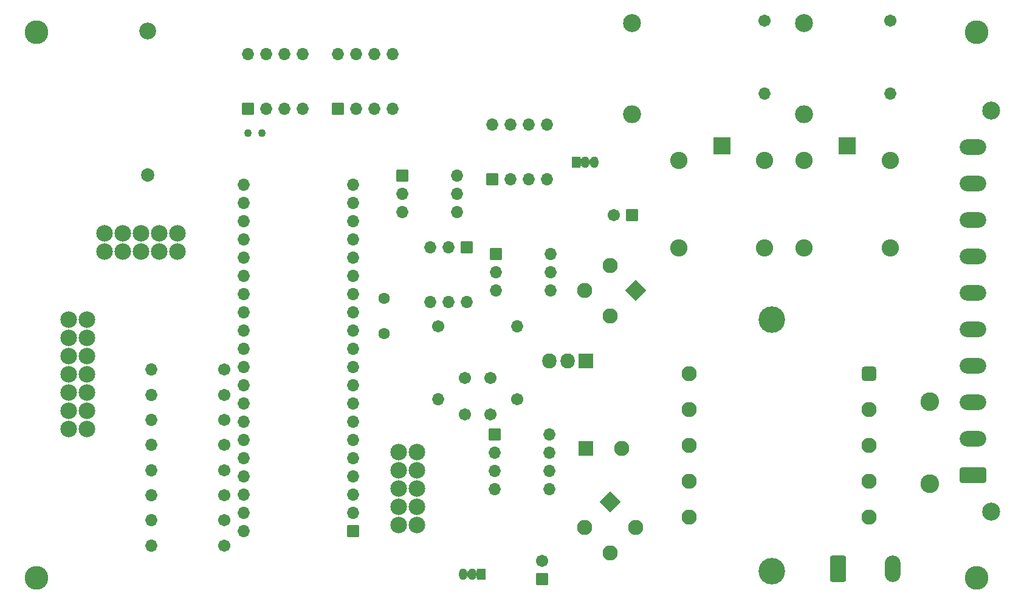
<source format=gbr>
%TF.GenerationSoftware,KiCad,Pcbnew,(6.0.6)*%
%TF.CreationDate,2022-07-28T15:05:17+07:00*%
%TF.ProjectId,_________________(__),1f3b3042-305f-43f4-903e-463541413e40,rev?*%
%TF.SameCoordinates,Original*%
%TF.FileFunction,Soldermask,Top*%
%TF.FilePolarity,Negative*%
%FSLAX46Y46*%
G04 Gerber Fmt 4.6, Leading zero omitted, Abs format (unit mm)*
G04 Created by KiCad (PCBNEW (6.0.6)) date 2022-07-28 15:05:17*
%MOMM*%
%LPD*%
G01*
G04 APERTURE LIST*
G04 Aperture macros list*
%AMRoundRect*
0 Rectangle with rounded corners*
0 $1 Rounding radius*
0 $2 $3 $4 $5 $6 $7 $8 $9 X,Y pos of 4 corners*
0 Add a 4 corners polygon primitive as box body*
4,1,4,$2,$3,$4,$5,$6,$7,$8,$9,$2,$3,0*
0 Add four circle primitives for the rounded corners*
1,1,$1+$1,$2,$3*
1,1,$1+$1,$4,$5*
1,1,$1+$1,$6,$7*
1,1,$1+$1,$8,$9*
0 Add four rect primitives between the rounded corners*
20,1,$1+$1,$2,$3,$4,$5,0*
20,1,$1+$1,$4,$5,$6,$7,0*
20,1,$1+$1,$6,$7,$8,$9,0*
20,1,$1+$1,$8,$9,$2,$3,0*%
%AMHorizOval*
0 Thick line with rounded ends*
0 $1 width*
0 $2 $3 position (X,Y) of the first rounded end (center of the circle)*
0 $4 $5 position (X,Y) of the second rounded end (center of the circle)*
0 Add line between two ends*
20,1,$1,$2,$3,$4,$5,0*
0 Add two circle primitives to create the rounded ends*
1,1,$1,$2,$3*
1,1,$1,$4,$5*%
G04 Aperture macros list end*
%ADD10RoundRect,0.052000X0.800000X0.800000X-0.800000X0.800000X-0.800000X-0.800000X0.800000X-0.800000X0*%
%ADD11C,1.704000*%
%ADD12O,1.704000X1.704000*%
%ADD13RoundRect,0.052000X0.525000X0.750000X-0.525000X0.750000X-0.525000X-0.750000X0.525000X-0.750000X0*%
%ADD14O,1.154000X1.604000*%
%ADD15RoundRect,0.052000X0.800000X-0.800000X0.800000X0.800000X-0.800000X0.800000X-0.800000X-0.800000X0*%
%ADD16C,1.604000*%
%ADD17C,2.304000*%
%ADD18RoundRect,0.052000X-1.414214X0.000000X0.000000X-1.414214X1.414214X0.000000X0.000000X1.414214X0*%
%ADD19HorizOval,2.104000X0.000000X0.000000X0.000000X0.000000X0*%
%ADD20C,2.354000*%
%ADD21C,1.859000*%
%ADD22C,3.304000*%
%ADD23RoundRect,0.052000X0.952500X1.000000X-0.952500X1.000000X-0.952500X-1.000000X0.952500X-1.000000X0*%
%ADD24O,2.009000X2.104000*%
%ADD25RoundRect,0.052000X-0.800000X0.800000X-0.800000X-0.800000X0.800000X-0.800000X0.800000X0.800000X0*%
%ADD26RoundRect,0.302001X-0.799999X-1.549999X0.799999X-1.549999X0.799999X1.549999X-0.799999X1.549999X0*%
%ADD27O,2.204000X3.704000*%
%ADD28RoundRect,0.052000X0.000000X1.414214X-1.414214X0.000000X0.000000X-1.414214X1.414214X0.000000X0*%
%ADD29HorizOval,2.104000X0.000000X0.000000X0.000000X0.000000X0*%
%ADD30C,2.504000*%
%ADD31RoundRect,0.301999X1.550001X-0.790001X1.550001X0.790001X-1.550001X0.790001X-1.550001X-0.790001X0*%
%ADD32O,3.704000X2.184000*%
%ADD33O,2.504000X2.504000*%
%ADD34RoundRect,0.052000X-1.150000X1.150000X-1.150000X-1.150000X1.150000X-1.150000X1.150000X1.150000X0*%
%ADD35C,2.404000*%
%ADD36RoundRect,0.052000X-0.800000X-0.800000X0.800000X-0.800000X0.800000X0.800000X-0.800000X0.800000X0*%
%ADD37C,3.700000*%
%ADD38RoundRect,0.552000X0.500000X-0.500000X0.500000X0.500000X-0.500000X0.500000X-0.500000X-0.500000X0*%
%ADD39C,2.104000*%
%ADD40RoundRect,0.052000X-0.525000X-0.750000X0.525000X-0.750000X0.525000X0.750000X-0.525000X0.750000X0*%
%ADD41C,2.604000*%
%ADD42RoundRect,0.052000X-1.000000X-1.000000X1.000000X-1.000000X1.000000X1.000000X-1.000000X1.000000X0*%
%ADD43C,1.104000*%
G04 APERTURE END LIST*
D10*
%TO.C,C7*%
X115000000Y-59000000D03*
D11*
X112500000Y-59000000D03*
%TD*%
%TO.C,R15*%
X58160000Y-105000000D03*
D12*
X48000000Y-105000000D03*
%TD*%
D11*
%TO.C,R19*%
X58160000Y-91000000D03*
D12*
X48000000Y-91000000D03*
%TD*%
D13*
%TO.C,DA2*%
X94040000Y-109000000D03*
D14*
X92770000Y-109000000D03*
X91500000Y-109000000D03*
%TD*%
D11*
%TO.C,C1*%
X95300000Y-81700000D03*
X95300000Y-86700000D03*
%TD*%
%TO.C,R20*%
X58160000Y-87500000D03*
D12*
X48000000Y-87500000D03*
%TD*%
D15*
%TO.C,C10*%
X102500000Y-109682380D03*
D11*
X102500000Y-107182380D03*
%TD*%
D16*
%TO.C,ZQ1*%
X80500000Y-70550000D03*
X80500000Y-75450000D03*
%TD*%
D11*
%TO.C,R21*%
X58160000Y-84000000D03*
D12*
X48000000Y-84000000D03*
%TD*%
D17*
%TO.C,X3*%
X39040000Y-88740000D03*
X36500000Y-88740000D03*
X39040000Y-86200000D03*
X36500000Y-86200000D03*
X39040000Y-83660000D03*
X36500000Y-83660000D03*
X39040000Y-81120000D03*
X36500000Y-81120000D03*
X39040000Y-78580000D03*
X36500000Y-78580000D03*
X39040000Y-76040000D03*
X36500000Y-76040000D03*
X39040000Y-73500000D03*
X36500000Y-73500000D03*
%TD*%
D15*
%TO.C,DD4*%
X61500000Y-44120000D03*
D12*
X64040000Y-44120000D03*
X66580000Y-44120000D03*
X69120000Y-44120000D03*
X69120000Y-36500000D03*
X66580000Y-36500000D03*
X64040000Y-36500000D03*
X61500000Y-36500000D03*
%TD*%
D11*
%TO.C,R18*%
X58160000Y-94500000D03*
D12*
X48000000Y-94500000D03*
%TD*%
D18*
%TO.C,VD2*%
X111964466Y-98964466D03*
D19*
X108428932Y-102500000D03*
X111964466Y-106035534D03*
X115500000Y-102500000D03*
%TD*%
D11*
%TO.C,R25*%
X151000000Y-31840000D03*
D12*
X151000000Y-42000000D03*
%TD*%
D20*
%TO.C,BAT1*%
X47500000Y-33350000D03*
D21*
X47500000Y-53350000D03*
%TD*%
D22*
%TO.C,REF\u002A\u002A*%
X163000000Y-109500000D03*
%TD*%
D23*
%TO.C,DA1*%
X108580000Y-79300000D03*
D24*
X106040000Y-79300000D03*
X103500000Y-79300000D03*
%TD*%
D25*
%TO.C,DD7*%
X92000000Y-63500000D03*
D12*
X89460000Y-63500000D03*
X86920000Y-63500000D03*
X86920000Y-71120000D03*
X89460000Y-71120000D03*
X92000000Y-71120000D03*
%TD*%
D15*
%TO.C,DD8*%
X95500000Y-54000000D03*
D12*
X98040000Y-54000000D03*
X100580000Y-54000000D03*
X103120000Y-54000000D03*
X103120000Y-46380000D03*
X100580000Y-46380000D03*
X98040000Y-46380000D03*
X95500000Y-46380000D03*
%TD*%
D22*
%TO.C,REF\u002A\u002A*%
X32000000Y-33500000D03*
%TD*%
D26*
%TO.C,X5*%
X143690000Y-108222500D03*
D27*
X151310000Y-108222500D03*
%TD*%
D28*
%TO.C,VD1*%
X115500000Y-69500000D03*
D29*
X111964466Y-65964466D03*
X108428932Y-69500000D03*
X111964466Y-73035534D03*
%TD*%
D30*
%TO.C,X1*%
X165000000Y-100305000D03*
X165000000Y-44425000D03*
D31*
X162500000Y-95225000D03*
D32*
X162500000Y-90145000D03*
X162500000Y-85065000D03*
X162500000Y-79985000D03*
X162500000Y-74905000D03*
X162500000Y-69825000D03*
X162500000Y-64745000D03*
X162500000Y-59665000D03*
X162500000Y-54585000D03*
X162500000Y-49505000D03*
%TD*%
D30*
%TO.C,R23*%
X139000000Y-32200000D03*
D33*
X139000000Y-44900000D03*
%TD*%
D34*
%TO.C,RS2*%
X127500000Y-49350000D03*
D35*
X121500000Y-51350000D03*
X121500000Y-63550000D03*
X133500000Y-63550000D03*
X133500000Y-51350000D03*
%TD*%
D10*
%TO.C,DD1*%
X76125000Y-103000000D03*
D12*
X76125000Y-100460000D03*
X76125000Y-97920000D03*
X76125000Y-95380000D03*
X76125000Y-92840000D03*
X76125000Y-90300000D03*
X76125000Y-87760000D03*
X76125000Y-85220000D03*
X76125000Y-82680000D03*
X76125000Y-80140000D03*
X76125000Y-77600000D03*
X76125000Y-75060000D03*
X76125000Y-72520000D03*
X76125000Y-69980000D03*
X76125000Y-67440000D03*
X76125000Y-64900000D03*
X76125000Y-62360000D03*
X76125000Y-59820000D03*
X76125000Y-57280000D03*
X76125000Y-54740000D03*
X60885000Y-54740000D03*
X60885000Y-57280000D03*
X60885000Y-59820000D03*
X60885000Y-62360000D03*
X60885000Y-64900000D03*
X60885000Y-67440000D03*
X60885000Y-69980000D03*
X60885000Y-72520000D03*
X60885000Y-75060000D03*
X60885000Y-77600000D03*
X60885000Y-80140000D03*
X60885000Y-82680000D03*
X60885000Y-85220000D03*
X60885000Y-87760000D03*
X60885000Y-90300000D03*
X60885000Y-92840000D03*
X60885000Y-95380000D03*
X60885000Y-97920000D03*
X60885000Y-100460000D03*
X60885000Y-103000000D03*
%TD*%
D11*
%TO.C,R16*%
X58160000Y-101500000D03*
D12*
X48000000Y-101500000D03*
%TD*%
D17*
%TO.C,X2*%
X85000000Y-102120000D03*
X82460000Y-102120000D03*
X85000000Y-99580000D03*
X82460000Y-99580000D03*
X85000000Y-97040000D03*
X82460000Y-97040000D03*
X85000000Y-94500000D03*
X82460000Y-94500000D03*
X85000000Y-91960000D03*
X82460000Y-91960000D03*
%TD*%
D11*
%TO.C,R26*%
X133500000Y-31840000D03*
D12*
X133500000Y-42000000D03*
%TD*%
D36*
%TO.C,DD5*%
X96080000Y-64420000D03*
D12*
X96080000Y-66960000D03*
X96080000Y-69500000D03*
X103700000Y-69500000D03*
X103700000Y-66960000D03*
X103700000Y-64420000D03*
%TD*%
D37*
%TO.C,T1*%
X134500000Y-73550000D03*
X134500000Y-108550000D03*
D38*
X148000000Y-81050000D03*
D39*
X148000000Y-86050000D03*
X148000000Y-91050000D03*
X148000000Y-96050000D03*
X148000000Y-101050000D03*
X123000000Y-101050000D03*
X123000000Y-96050000D03*
X123000000Y-91050000D03*
X123000000Y-86050000D03*
X123000000Y-81050000D03*
%TD*%
D34*
%TO.C,RS1*%
X145000000Y-49350000D03*
D35*
X139000000Y-51350000D03*
X139000000Y-63550000D03*
X151000000Y-63550000D03*
X151000000Y-51350000D03*
%TD*%
D11*
%TO.C,R22*%
X58160000Y-80500000D03*
D12*
X48000000Y-80500000D03*
%TD*%
D40*
%TO.C,DA3*%
X107230000Y-51600000D03*
D14*
X108500000Y-51600000D03*
X109770000Y-51600000D03*
%TD*%
D11*
%TO.C,R17*%
X58160000Y-98000000D03*
D12*
X48000000Y-98000000D03*
%TD*%
D11*
%TO.C,R4*%
X99000000Y-84660000D03*
D12*
X99000000Y-74500000D03*
%TD*%
D11*
%TO.C,R5*%
X88000000Y-74500000D03*
D12*
X88000000Y-84660000D03*
%TD*%
D41*
%TO.C,F1*%
X156500000Y-96400000D03*
X156500000Y-85000000D03*
%TD*%
D17*
%TO.C,X4*%
X41500000Y-64040000D03*
X41500000Y-61500000D03*
X44040000Y-64040000D03*
X44040000Y-61500000D03*
X46580000Y-64040000D03*
X46580000Y-61500000D03*
X49120000Y-64040000D03*
X49120000Y-61500000D03*
X51660000Y-64040000D03*
X51660000Y-61500000D03*
%TD*%
D22*
%TO.C,REF\u002A\u002A*%
X163000000Y-33500000D03*
%TD*%
D36*
%TO.C,DD2*%
X95880000Y-89500000D03*
D12*
X95880000Y-92040000D03*
X95880000Y-94580000D03*
X95880000Y-97120000D03*
X103500000Y-97120000D03*
X103500000Y-94580000D03*
X103500000Y-92040000D03*
X103500000Y-89500000D03*
%TD*%
D15*
%TO.C,DD3*%
X74000000Y-44120000D03*
D12*
X76540000Y-44120000D03*
X79080000Y-44120000D03*
X81620000Y-44120000D03*
X81620000Y-36500000D03*
X79080000Y-36500000D03*
X76540000Y-36500000D03*
X74000000Y-36500000D03*
%TD*%
D22*
%TO.C,REF\u002A\u002A*%
X32000000Y-109500000D03*
%TD*%
D36*
%TO.C,DD6*%
X83000000Y-53460000D03*
D12*
X83000000Y-56000000D03*
X83000000Y-58540000D03*
X90620000Y-58540000D03*
X90620000Y-56000000D03*
X90620000Y-53460000D03*
%TD*%
D42*
%TO.C,C9*%
X108580000Y-91500000D03*
D39*
X113580000Y-91500000D03*
%TD*%
D43*
%TO.C,ZQ2*%
X61500000Y-47500000D03*
X63400000Y-47500000D03*
%TD*%
D30*
%TO.C,R24*%
X115000000Y-32200000D03*
D33*
X115000000Y-44900000D03*
%TD*%
D11*
%TO.C,C2*%
X91700000Y-81700000D03*
X91700000Y-86700000D03*
%TD*%
G36*
X93464212Y-108369441D02*
G01*
X93465000Y-108371032D01*
X93465000Y-109628826D01*
X93464000Y-109630558D01*
X93462000Y-109630558D01*
X93461081Y-109629389D01*
X93441405Y-109562377D01*
X93389062Y-109517022D01*
X93320509Y-109507165D01*
X93257353Y-109536008D01*
X93241332Y-109553742D01*
X93239429Y-109554357D01*
X93237945Y-109553016D01*
X93238261Y-109551183D01*
X93267951Y-109512490D01*
X93325390Y-109373817D01*
X93345000Y-109224868D01*
X93345000Y-108775132D01*
X93325390Y-108626183D01*
X93267951Y-108487510D01*
X93234560Y-108443995D01*
X93234299Y-108442012D01*
X93235886Y-108440794D01*
X93237409Y-108441226D01*
X93290422Y-108484364D01*
X93359249Y-108492095D01*
X93421328Y-108461389D01*
X93457038Y-108401852D01*
X93461016Y-108370778D01*
X93462228Y-108369187D01*
X93464212Y-108369441D01*
G37*
G36*
X92267205Y-108497516D02*
G01*
X92267239Y-108499123D01*
X92214610Y-108626183D01*
X92195000Y-108775132D01*
X92195000Y-109224868D01*
X92214610Y-109373817D01*
X92266066Y-109498045D01*
X92265805Y-109500028D01*
X92263957Y-109500793D01*
X92262570Y-109499943D01*
X92257819Y-109493030D01*
X92257596Y-109492604D01*
X92249914Y-109472274D01*
X92207993Y-109416770D01*
X92142997Y-109392845D01*
X92075387Y-109407857D01*
X92026458Y-109457206D01*
X92020132Y-109470869D01*
X92009571Y-109497958D01*
X92009344Y-109498382D01*
X92006245Y-109502792D01*
X92004431Y-109503634D01*
X92002795Y-109502484D01*
X92002761Y-109500877D01*
X92055390Y-109373817D01*
X92075000Y-109224868D01*
X92075000Y-108775132D01*
X92055390Y-108626183D01*
X92003934Y-108501955D01*
X92004195Y-108499972D01*
X92006043Y-108499207D01*
X92007430Y-108500057D01*
X92012181Y-108506970D01*
X92012404Y-108507396D01*
X92020086Y-108527726D01*
X92062007Y-108583230D01*
X92127003Y-108607155D01*
X92194613Y-108592143D01*
X92243542Y-108542794D01*
X92249868Y-108529131D01*
X92260429Y-108502042D01*
X92260656Y-108501618D01*
X92263755Y-108497208D01*
X92265569Y-108496366D01*
X92267205Y-108497516D01*
G37*
G36*
X164045852Y-96315999D02*
G01*
X164045852Y-96317999D01*
X164044301Y-96318991D01*
X164044290Y-96318992D01*
X164044109Y-96319000D01*
X160955891Y-96319000D01*
X160954159Y-96318000D01*
X160954159Y-96316000D01*
X160955891Y-96315000D01*
X164044120Y-96314999D01*
X164045852Y-96315999D01*
G37*
G36*
X164045841Y-94132000D02*
G01*
X164045841Y-94134000D01*
X164044109Y-94135000D01*
X160955880Y-94135001D01*
X160954148Y-94134001D01*
X160954148Y-94132001D01*
X160955699Y-94131009D01*
X160955710Y-94131008D01*
X160955891Y-94131000D01*
X164044109Y-94131000D01*
X164045841Y-94132000D01*
G37*
G36*
X107808919Y-50970611D02*
G01*
X107828595Y-51037623D01*
X107880938Y-51082978D01*
X107949491Y-51092835D01*
X108012647Y-51063992D01*
X108028668Y-51046258D01*
X108030571Y-51045643D01*
X108032055Y-51046984D01*
X108031739Y-51048817D01*
X108002049Y-51087510D01*
X107944610Y-51226183D01*
X107925000Y-51375132D01*
X107925000Y-51824868D01*
X107944610Y-51973817D01*
X108002049Y-52112490D01*
X108035440Y-52156005D01*
X108035701Y-52157988D01*
X108034114Y-52159206D01*
X108032591Y-52158774D01*
X107979578Y-52115636D01*
X107910751Y-52107905D01*
X107848672Y-52138611D01*
X107812962Y-52198148D01*
X107808984Y-52229222D01*
X107807772Y-52230813D01*
X107805788Y-52230559D01*
X107805000Y-52228968D01*
X107805000Y-50971174D01*
X107806000Y-50969442D01*
X107808000Y-50969442D01*
X107808919Y-50970611D01*
G37*
G36*
X109267205Y-51097516D02*
G01*
X109267239Y-51099123D01*
X109214610Y-51226183D01*
X109195000Y-51375132D01*
X109195000Y-51824868D01*
X109214610Y-51973817D01*
X109266066Y-52098045D01*
X109265805Y-52100028D01*
X109263957Y-52100793D01*
X109262570Y-52099943D01*
X109257819Y-52093030D01*
X109257596Y-52092604D01*
X109249914Y-52072274D01*
X109207993Y-52016770D01*
X109142997Y-51992845D01*
X109075387Y-52007857D01*
X109026458Y-52057206D01*
X109020132Y-52070869D01*
X109009571Y-52097958D01*
X109009344Y-52098382D01*
X109006245Y-52102792D01*
X109004431Y-52103634D01*
X109002795Y-52102484D01*
X109002761Y-52100877D01*
X109055390Y-51973817D01*
X109075000Y-51824868D01*
X109075000Y-51375132D01*
X109055390Y-51226183D01*
X109003934Y-51101955D01*
X109004195Y-51099972D01*
X109006043Y-51099207D01*
X109007430Y-51100057D01*
X109012181Y-51106970D01*
X109012404Y-51107396D01*
X109020086Y-51127726D01*
X109062007Y-51183230D01*
X109127003Y-51207155D01*
X109194613Y-51192143D01*
X109243542Y-51142794D01*
X109249868Y-51129131D01*
X109260429Y-51102042D01*
X109260656Y-51101618D01*
X109263755Y-51097208D01*
X109265569Y-51096366D01*
X109267205Y-51097516D01*
G37*
M02*

</source>
